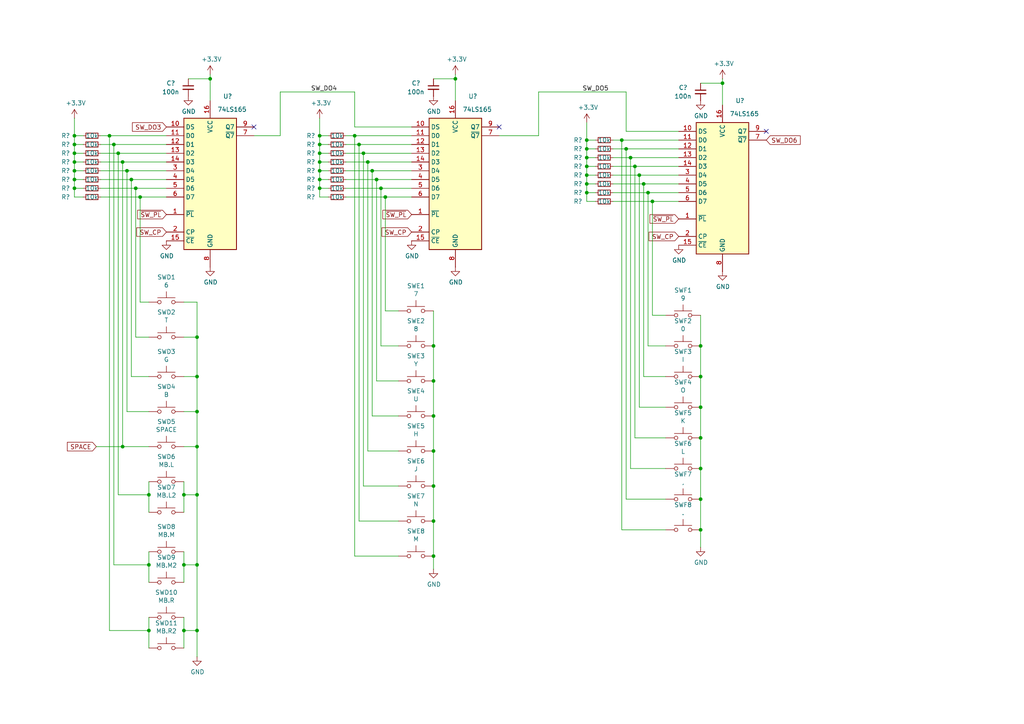
<source format=kicad_sch>
(kicad_sch (version 20250114) (generator "eeschema") (generator_version "9.0")
  (paper "A4")
  (title_block (title "67 Keyboard with Trackpoint") (date "2020-06-22") (rev "A") (company "DNBDMR"))
  (lib_symbols
    (symbol "74xx:74LS165"
      (property "Reference" "U" (at -7.62 19.05 0))
      (property "Value" "74LS165" (at -7.62 -21.59 0))
      (symbol "74LS165_1_0"
        (pin input line (at -12.7 15.24 0) (length 5.08) (name "DS") (number "10"))
        (pin input line (at -12.7 12.7 0) (length 5.08) (name "D0") (number "11"))
        (pin input line (at -12.7 10.16 0) (length 5.08) (name "D1") (number "12"))
        (pin input line (at -12.7 7.62 0) (length 5.08) (name "D2") (number "13"))
        (pin input line (at -12.7 5.08 0) (length 5.08) (name "D3") (number "14"))
        (pin input line (at -12.7 2.54 0) (length 5.08) (name "D4") (number "3"))
        (pin input line (at -12.7 0 0) (length 5.08) (name "D5") (number "4"))
        (pin input line (at -12.7 -2.54 0) (length 5.08) (name "D6") (number "5"))
        (pin input line (at -12.7 -5.08 0) (length 5.08) (name "D7") (number "6"))
        (pin input line (at -12.7 -10.16 0) (length 5.08) (name "~{PL}") (number "1"))
        (pin input line (at -12.7 -15.24 0) (length 5.08) (name "CP") (number "2"))
        (pin input line (at -12.7 -17.78 0) (length 5.08) (name "~{CE}") (number "15"))
        (pin power_in line (at 0 22.86 270) (length 5.08) (name "VCC") (number "16"))
        (pin power_in line (at 0 -25.4 90) (length 5.08) (name "GND") (number "8"))
        (pin output line (at 12.7 15.24 180) (length 5.08) (name "Q7") (number "9"))
        (pin output line (at 12.7 12.7 180) (length 5.08) (name "~{Q7}") (number "7"))
      )
      (symbol "74LS165_1_1"
        (rectangle (start -7.62 17.78) (end 7.62 -20.32) (stroke (width 0.254)) (fill (type background)))
      )
    )
    (symbol "Device:C_Small" (pin_numbers (hide yes)) (pin_names (offset 0.254) (hide yes))
      (property "Reference" "C" (at 0.254 1.778 0))
      (property "Value" "C_Small" (at 0.254 -2.032 0))
      (symbol "C_Small_0_1"
        (polyline (pts (xy -1.524 0.508) (xy 1.524 0.508)) (stroke (width 0.3048)))
        (polyline (pts (xy -1.524 -0.508) (xy 1.524 -0.508)) (stroke (width 0.3302)))
      )
      (symbol "C_Small_1_1"
        (pin passive line (at 0 2.54 270) (length 2.032) (name "~") (number "1"))
        (pin passive line (at 0 -2.54 90) (length 2.032) (name "~") (number "2"))
      )
    )
    (symbol "Device:R_Small" (pin_numbers (hide yes)) (pin_names (offset 0.254) (hide yes))
      (property "Reference" "R" (at 0 0 90))
      (property "Value" "R_Small" (at 1.778 0 90))
      (symbol "R_Small_0_1"
        (rectangle (start -0.762 1.778) (end 0.762 -1.778) (stroke (width 0.2032)))
      )
      (symbol "R_Small_1_1"
        (pin passive line (at 0 2.54 270) (length 0.762) (name "~") (number "1"))
        (pin passive line (at 0 -2.54 90) (length 0.762) (name "~") (number "2"))
      )
    )
    (symbol "Switch:SW_Push" (pin_numbers (hide yes)) (pin_names (offset 1.016) (hide yes))
      (property "Reference" "SW" (at 1.27 2.54 0))
      (property "Value" "SW_Push" (at 0 -1.524 0))
      (symbol "SW_Push_0_1"
        (circle (center -2.032 0) (radius 0.508))
        (polyline (pts (xy 0 1.27) (xy 0 3.048)))
        (circle (center 2.032 0) (radius 0.508))
        (polyline (pts (xy 2.54 1.27) (xy -2.54 1.27)))
        (pin passive line (at -5.08 0 0) (length 2.54) (name "1") (number "1"))
        (pin passive line (at 5.08 0 180) (length 2.54) (name "2") (number "2"))
      )
    )
    (symbol "power:+3.3V" (power) (pin_numbers (hide yes)) (pin_names (offset 0) (hide yes))
      (property "Value" "+3.3V" (at 0 3.556 0))
      (symbol "+3.3V_0_1"
        (polyline (pts (xy -0.762 1.27) (xy 0 2.54)))
        (polyline (pts (xy 0 2.54) (xy 0.762 1.27)))
        (polyline (pts (xy 0 0) (xy 0 2.54)))
      )
      (symbol "+3.3V_1_1"
        (pin power_in line (at 0 0 90) (length 0) (name "~") (number "1"))
      )
    )
    (symbol "power:GND" (power) (pin_numbers (hide yes)) (pin_names (offset 0) (hide yes))
      (property "Value" "GND" (at 0 -3.81 0))
      (symbol "GND_0_1"
        (polyline (pts (xy 0 0) (xy 0 -1.27) (xy 1.27 -1.27) (xy 0 -2.54) (xy -1.27 -1.27) (xy 0 -1.27)))
      )
      (symbol "GND_1_1"
        (pin power_in line (at 0 0 270) (length 0) (name "~") (number "1"))
      )
    )
  )
  (junction (at 21.59 39.37))
  (junction (at 107.95 49.53))
  (junction (at 186.69 53.34))
  (junction (at 125.73 110.49))
  (junction (at 33.02 41.91))
  (junction (at 57.15 119.38))
  (junction (at 125.73 130.81))
  (junction (at 181.61 43.18))
  (junction (at 57.15 182.88))
  (junction (at 170.18 50.8))
  (junction (at 57.15 129.54))
  (junction (at 132.08 22.86))
  (junction (at 203.2 118.11))
  (junction (at 125.73 120.65))
  (junction (at 105.41 44.45))
  (junction (at 203.2 153.67))
  (junction (at 92.71 54.61))
  (junction (at 125.73 151.13))
  (junction (at 203.2 100.33))
  (junction (at 180.34 40.64))
  (junction (at 203.2 135.89))
  (junction (at 92.71 39.37))
  (junction (at 43.18 163.83))
  (junction (at 60.96 22.86))
  (junction (at 21.59 41.91))
  (junction (at 170.18 55.88))
  (junction (at 21.59 49.53))
  (junction (at 43.18 143.51))
  (junction (at 57.15 163.83))
  (junction (at 34.29 44.45))
  (junction (at 38.1 52.07))
  (junction (at 106.68 46.99))
  (junction (at 125.73 140.97))
  (junction (at 92.71 46.99))
  (junction (at 53.34 143.51))
  (junction (at 21.59 44.45))
  (junction (at 125.73 161.29))
  (junction (at 203.2 127))
  (junction (at 31.75 39.37))
  (junction (at 110.49 54.61))
  (junction (at 170.18 43.18))
  (junction (at 170.18 53.34))
  (junction (at 57.15 109.22))
  (junction (at 187.96 55.88))
  (junction (at 111.76 57.15))
  (junction (at 53.34 163.83))
  (junction (at 92.71 41.91))
  (junction (at 170.18 40.64))
  (junction (at 21.59 46.99))
  (junction (at 203.2 144.78))
  (junction (at 185.42 50.8))
  (junction (at 57.15 97.79))
  (junction (at 104.14 41.91))
  (junction (at 36.83 49.53))
  (junction (at 170.18 48.26))
  (junction (at 102.87 39.37))
  (junction (at 184.15 48.26))
  (junction (at 39.37 54.61))
  (junction (at 125.73 100.33))
  (junction (at 92.71 52.07))
  (junction (at 40.64 57.15))
  (junction (at 35.56 46.99))
  (junction (at 92.71 44.45))
  (junction (at 109.22 52.07))
  (junction (at 53.34 182.88))
  (junction (at 35.56 129.54))
  (junction (at 57.15 143.51))
  (junction (at 209.55 24.13))
  (junction (at 182.88 45.72))
  (junction (at 203.2 109.22))
  (junction (at 21.59 52.07))
  (junction (at 92.71 49.53))
  (junction (at 21.59 54.61))
  (junction (at 189.23 58.42))
  (junction (at 170.18 45.72))
  (junction (at 43.18 182.88))
  (no_connect (at 73.66 36.83))
  (no_connect (at 222.25 38.1))
  (no_connect (at 144.78 36.83))
  (wire (pts (xy 21.59 49.53) (xy 21.59 52.07)))
  (wire (pts (xy 53.34 139.7) (xy 53.34 143.51)))
  (wire (pts (xy 177.8 50.8) (xy 185.42 50.8)))
  (wire (pts (xy 36.83 119.38) (xy 36.83 49.53)))
  (wire (pts (xy 172.72 48.26) (xy 170.18 48.26)))
  (wire (pts (xy 53.34 143.51) (xy 53.34 148.59)))
  (wire (pts (xy 43.18 87.63) (xy 40.64 87.63)))
  (wire (pts (xy 21.59 34.29) (xy 21.59 39.37)))
  (wire (pts (xy 27.94 129.54) (xy 35.56 129.54)))
  (wire (pts (xy 29.21 57.15) (xy 40.64 57.15)))
  (wire (pts (xy 177.8 58.42) (xy 189.23 58.42)))
  (wire (pts (xy 177.8 43.18) (xy 181.61 43.18)))
  (wire (pts (xy 36.83 49.53) (xy 48.26 49.53)))
  (wire (pts (xy 43.18 148.59) (xy 43.18 143.51)))
  (wire (pts (xy 106.68 130.81) (xy 106.68 46.99)))
  (wire (pts (xy 177.8 55.88) (xy 187.96 55.88)))
  (wire (pts (xy 53.34 143.51) (xy 57.15 143.51)))
  (wire (pts (xy 170.18 58.42) (xy 172.72 58.42)))
  (wire (pts (xy 170.18 48.26) (xy 170.18 50.8)))
  (wire (pts (xy 115.57 90.17) (xy 111.76 90.17)))
  (wire (pts (xy 92.71 44.45) (xy 92.71 46.99)))
  (wire (pts (xy 43.18 143.51) (xy 43.18 139.7)))
  (wire (pts (xy 203.2 24.13) (xy 209.55 24.13)))
  (wire (pts (xy 125.73 140.97) (xy 125.73 130.81)))
  (wire (pts (xy 92.71 46.99) (xy 92.71 49.53)))
  (wire (pts (xy 29.21 52.07) (xy 38.1 52.07)))
  (wire (pts (xy 100.33 54.61) (xy 110.49 54.61)))
  (wire (pts (xy 125.73 120.65) (xy 125.73 110.49)))
  (wire (pts (xy 53.34 97.79) (xy 57.15 97.79)))
  (wire (pts (xy 177.8 48.26) (xy 184.15 48.26)))
  (wire (pts (xy 43.18 129.54) (xy 35.56 129.54)))
  (wire (pts (xy 81.28 39.37) (xy 73.66 39.37)))
  (wire (pts (xy 203.2 118.11) (xy 203.2 109.22)))
  (wire (pts (xy 172.72 53.34) (xy 170.18 53.34)))
  (wire (pts (xy 57.15 143.51) (xy 57.15 129.54)))
  (wire (pts (xy 24.13 52.07) (xy 21.59 52.07)))
  (wire (pts (xy 132.08 22.86) (xy 132.08 29.21)))
  (wire (pts (xy 115.57 120.65) (xy 107.95 120.65)))
  (wire (pts (xy 21.59 46.99) (xy 21.59 49.53)))
  (wire (pts (xy 39.37 97.79) (xy 39.37 54.61)))
  (wire (pts (xy 186.69 53.34) (xy 196.85 53.34)))
  (wire (pts (xy 43.18 182.88) (xy 31.75 182.88)))
  (wire (pts (xy 203.2 127) (xy 203.2 118.11)))
  (wire (pts (xy 187.96 55.88) (xy 196.85 55.88)))
  (wire (pts (xy 172.72 45.72) (xy 170.18 45.72)))
  (wire (pts (xy 177.8 53.34) (xy 186.69 53.34)))
  (wire (pts (xy 31.75 182.88) (xy 31.75 39.37)))
  (wire (pts (xy 100.33 44.45) (xy 105.41 44.45)))
  (wire (pts (xy 43.18 182.88) (xy 43.18 179.07)))
  (wire (pts (xy 21.59 44.45) (xy 21.59 46.99)))
  (wire (pts (xy 24.13 41.91) (xy 21.59 41.91)))
  (wire (pts (xy 115.57 151.13) (xy 104.14 151.13)))
  (wire (pts (xy 172.72 50.8) (xy 170.18 50.8)))
  (wire (pts (xy 57.15 129.54) (xy 57.15 119.38)))
  (wire (pts (xy 57.15 87.63) (xy 53.34 87.63)))
  (wire (pts (xy 53.34 129.54) (xy 57.15 129.54)))
  (wire (pts (xy 40.64 87.63) (xy 40.64 57.15)))
  (wire (pts (xy 24.13 46.99) (xy 21.59 46.99)))
  (wire (pts (xy 181.61 26.67) (xy 181.61 38.1)))
  (wire (pts (xy 34.29 44.45) (xy 48.26 44.45)))
  (wire (pts (xy 209.55 24.13) (xy 209.55 30.48)))
  (wire (pts (xy 125.73 110.49) (xy 125.73 100.33)))
  (wire (pts (xy 92.71 34.29) (xy 92.71 39.37)))
  (wire (pts (xy 29.21 44.45) (xy 34.29 44.45)))
  (wire (pts (xy 180.34 153.67) (xy 180.34 40.64)))
  (wire (pts (xy 92.71 52.07) (xy 92.71 54.61)))
  (wire (pts (xy 60.96 21.59) (xy 60.96 22.86)))
  (wire (pts (xy 81.28 26.67) (xy 102.87 26.67)))
  (wire (pts (xy 100.33 41.91) (xy 104.14 41.91)))
  (wire (pts (xy 100.33 57.15) (xy 111.76 57.15)))
  (wire (pts (xy 170.18 45.72) (xy 170.18 48.26)))
  (wire (pts (xy 115.57 130.81) (xy 106.68 130.81)))
  (wire (pts (xy 115.57 140.97) (xy 105.41 140.97)))
  (wire (pts (xy 170.18 40.64) (xy 170.18 43.18)))
  (wire (pts (xy 193.04 153.67) (xy 180.34 153.67)))
  (wire (pts (xy 115.57 110.49) (xy 109.22 110.49)))
  (wire (pts (xy 57.15 119.38) (xy 57.15 109.22)))
  (wire (pts (xy 43.18 109.22) (xy 38.1 109.22)))
  (wire (pts (xy 29.21 46.99) (xy 35.56 46.99)))
  (wire (pts (xy 43.18 97.79) (xy 39.37 97.79)))
  (wire (pts (xy 35.56 46.99) (xy 48.26 46.99)))
  (wire (pts (xy 107.95 49.53) (xy 119.38 49.53)))
  (wire (pts (xy 111.76 57.15) (xy 119.38 57.15)))
  (wire (pts (xy 125.73 100.33) (xy 125.73 90.17)))
  (wire (pts (xy 53.34 119.38) (xy 57.15 119.38)))
  (wire (pts (xy 53.34 182.88) (xy 53.34 187.96)))
  (wire (pts (xy 181.61 144.78) (xy 181.61 43.18)))
  (wire (pts (xy 92.71 49.53) (xy 92.71 52.07)))
  (wire (pts (xy 170.18 35.56) (xy 170.18 40.64)))
  (wire (pts (xy 180.34 40.64) (xy 196.85 40.64)))
  (wire (pts (xy 203.2 153.67) (xy 203.2 144.78)))
  (wire (pts (xy 184.15 48.26) (xy 196.85 48.26)))
  (wire (pts (xy 95.25 54.61) (xy 92.71 54.61)))
  (wire (pts (xy 172.72 40.64) (xy 170.18 40.64)))
  (wire (pts (xy 184.15 127) (xy 184.15 48.26)))
  (wire (pts (xy 172.72 43.18) (xy 170.18 43.18)))
  (wire (pts (xy 53.34 163.83) (xy 57.15 163.83)))
  (wire (pts (xy 33.02 163.83) (xy 33.02 41.91)))
  (wire (pts (xy 100.33 46.99) (xy 106.68 46.99)))
  (wire (pts (xy 100.33 39.37) (xy 102.87 39.37)))
  (wire (pts (xy 193.04 91.44) (xy 189.23 91.44)))
  (wire (pts (xy 24.13 44.45) (xy 21.59 44.45)))
  (wire (pts (xy 60.96 22.86) (xy 60.96 29.21)))
  (wire (pts (xy 54.61 22.86) (xy 60.96 22.86)))
  (wire (pts (xy 29.21 41.91) (xy 33.02 41.91)))
  (wire (pts (xy 181.61 38.1) (xy 196.85 38.1)))
  (wire (pts (xy 31.75 39.37) (xy 48.26 39.37)))
  (wire (pts (xy 187.96 100.33) (xy 187.96 55.88)))
  (wire (pts (xy 100.33 49.53) (xy 107.95 49.53)))
  (wire (pts (xy 193.04 135.89) (xy 182.88 135.89)))
  (wire (pts (xy 105.41 44.45) (xy 119.38 44.45)))
  (wire (pts (xy 53.34 163.83) (xy 53.34 168.91)))
  (wire (pts (xy 24.13 39.37) (xy 21.59 39.37)))
  (wire (pts (xy 57.15 97.79) (xy 57.15 87.63)))
  (wire (pts (xy 186.69 109.22) (xy 186.69 53.34)))
  (wire (pts (xy 40.64 57.15) (xy 48.26 57.15)))
  (wire (pts (xy 92.71 41.91) (xy 92.71 44.45)))
  (wire (pts (xy 203.2 109.22) (xy 203.2 100.33)))
  (wire (pts (xy 95.25 46.99) (xy 92.71 46.99)))
  (wire (pts (xy 125.73 161.29) (xy 125.73 151.13)))
  (wire (pts (xy 177.8 40.64) (xy 180.34 40.64)))
  (wire (pts (xy 125.73 130.81) (xy 125.73 120.65)))
  (wire (pts (xy 53.34 179.07) (xy 53.34 182.88)))
  (wire (pts (xy 95.25 41.91) (xy 92.71 41.91)))
  (wire (pts (xy 144.78 39.37) (xy 156.21 39.37)))
  (wire (pts (xy 125.73 22.86) (xy 132.08 22.86)))
  (wire (pts (xy 189.23 91.44) (xy 189.23 58.42)))
  (wire (pts (xy 203.2 144.78) (xy 203.2 135.89)))
  (wire (pts (xy 95.25 39.37) (xy 92.71 39.37)))
  (wire (pts (xy 109.22 52.07) (xy 119.38 52.07)))
  (wire (pts (xy 53.34 109.22) (xy 57.15 109.22)))
  (wire (pts (xy 24.13 54.61) (xy 21.59 54.61)))
  (wire (pts (xy 102.87 39.37) (xy 119.38 39.37)))
  (wire (pts (xy 29.21 39.37) (xy 31.75 39.37)))
  (wire (pts (xy 106.68 46.99) (xy 119.38 46.99)))
  (wire (pts (xy 29.21 49.53) (xy 36.83 49.53)))
  (wire (pts (xy 43.18 163.83) (xy 43.18 168.91)))
  (wire (pts (xy 132.08 21.59) (xy 132.08 22.86)))
  (wire (pts (xy 100.33 52.07) (xy 109.22 52.07)))
  (wire (pts (xy 185.42 118.11) (xy 185.42 50.8)))
  (wire (pts (xy 95.25 52.07) (xy 92.71 52.07)))
  (wire (pts (xy 57.15 182.88) (xy 57.15 163.83)))
  (wire (pts (xy 203.2 100.33) (xy 203.2 91.44)))
  (wire (pts (xy 193.04 127) (xy 184.15 127)))
  (wire (pts (xy 43.18 119.38) (xy 36.83 119.38)))
  (wire (pts (xy 21.59 57.15) (xy 24.13 57.15)))
  (wire (pts (xy 102.87 36.83) (xy 119.38 36.83)))
  (wire (pts (xy 203.2 158.75) (xy 203.2 153.67)))
  (wire (pts (xy 21.59 52.07) (xy 21.59 54.61)))
  (wire (pts (xy 125.73 151.13) (xy 125.73 140.97)))
  (wire (pts (xy 35.56 129.54) (xy 35.56 46.99)))
  (wire (pts (xy 125.73 165.1) (xy 125.73 161.29)))
  (wire (pts (xy 177.8 45.72) (xy 182.88 45.72)))
  (wire (pts (xy 156.21 26.67) (xy 181.61 26.67)))
  (wire (pts (xy 110.49 100.33) (xy 110.49 54.61)))
  (wire (pts (xy 110.49 54.61) (xy 119.38 54.61)))
  (wire (pts (xy 95.25 44.45) (xy 92.71 44.45)))
  (wire (pts (xy 92.71 39.37) (xy 92.71 41.91)))
  (wire (pts (xy 172.72 55.88) (xy 170.18 55.88)))
  (wire (pts (xy 105.41 140.97) (xy 105.41 44.45)))
  (wire (pts (xy 182.88 45.72) (xy 196.85 45.72)))
  (wire (pts (xy 193.04 118.11) (xy 185.42 118.11)))
  (wire (pts (xy 53.34 182.88) (xy 57.15 182.88)))
  (wire (pts (xy 57.15 190.5) (xy 57.15 182.88)))
  (wire (pts (xy 38.1 109.22) (xy 38.1 52.07)))
  (wire (pts (xy 181.61 43.18) (xy 196.85 43.18)))
  (wire (pts (xy 95.25 49.53) (xy 92.71 49.53)))
  (wire (pts (xy 193.04 144.78) (xy 181.61 144.78)))
  (wire (pts (xy 92.71 57.15) (xy 95.25 57.15)))
  (wire (pts (xy 115.57 100.33) (xy 110.49 100.33)))
  (wire (pts (xy 104.14 151.13) (xy 104.14 41.91)))
  (wire (pts (xy 170.18 43.18) (xy 170.18 45.72)))
  (wire (pts (xy 102.87 26.67) (xy 102.87 36.83)))
  (wire (pts (xy 57.15 163.83) (xy 57.15 143.51)))
  (wire (pts (xy 24.13 49.53) (xy 21.59 49.53)))
  (wire (pts (xy 102.87 161.29) (xy 115.57 161.29)))
  (wire (pts (xy 170.18 55.88) (xy 170.18 58.42)))
  (wire (pts (xy 43.18 163.83) (xy 33.02 163.83)))
  (wire (pts (xy 92.71 54.61) (xy 92.71 57.15)))
  (wire (pts (xy 21.59 54.61) (xy 21.59 57.15)))
  (wire (pts (xy 156.21 39.37) (xy 156.21 26.67)))
  (wire (pts (xy 104.14 41.91) (xy 119.38 41.91)))
  (wire (pts (xy 203.2 135.89) (xy 203.2 127)))
  (wire (pts (xy 38.1 52.07) (xy 48.26 52.07)))
  (wire (pts (xy 193.04 109.22) (xy 186.69 109.22)))
  (wire (pts (xy 81.28 26.67) (xy 81.28 39.37)))
  (wire (pts (xy 189.23 58.42) (xy 196.85 58.42)))
  (wire (pts (xy 33.02 41.91) (xy 48.26 41.91)))
  (wire (pts (xy 29.21 54.61) (xy 39.37 54.61)))
  (wire (pts (xy 39.37 54.61) (xy 48.26 54.61)))
  (wire (pts (xy 170.18 50.8) (xy 170.18 53.34)))
  (wire (pts (xy 109.22 110.49) (xy 109.22 52.07)))
  (wire (pts (xy 111.76 90.17) (xy 111.76 57.15)))
  (wire (pts (xy 21.59 39.37) (xy 21.59 41.91)))
  (wire (pts (xy 43.18 143.51) (xy 34.29 143.51)))
  (wire (pts (xy 170.18 53.34) (xy 170.18 55.88)))
  (wire (pts (xy 43.18 160.02) (xy 43.18 163.83)))
  (wire (pts (xy 34.29 143.51) (xy 34.29 44.45)))
  (wire (pts (xy 21.59 41.91) (xy 21.59 44.45)))
  (wire (pts (xy 209.55 22.86) (xy 209.55 24.13)))
  (wire (pts (xy 102.87 161.29) (xy 102.87 39.37)))
  (wire (pts (xy 193.04 100.33) (xy 187.96 100.33)))
  (wire (pts (xy 57.15 109.22) (xy 57.15 97.79)))
  (wire (pts (xy 182.88 135.89) (xy 182.88 45.72)))
  (wire (pts (xy 185.42 50.8) (xy 196.85 50.8)))
  (wire (pts (xy 107.95 120.65) (xy 107.95 49.53)))
  (wire (pts (xy 43.18 187.96) (xy 43.18 182.88)))
  (wire (pts (xy 53.34 160.02) (xy 53.34 163.83)))
  (label "SW_DO4" (at 90.17 26.67 0))
  (label "SW_DO5" (at 168.91 26.67 0))
  (global_label "SW_DO3" (shape input) (at 48.26 36.83 180) (property "Intersheetrefs" "${INTERSHEET_REFS}" (effects (hide yes))))
  (global_label "~{SW_PL}" (shape input) (at 48.26 62.23 180) (property "Intersheetrefs" "${INTERSHEET_REFS}" (effects (hide yes))))
  (global_label "SW_CP" (shape input) (at 119.38 67.31 180) (property "Intersheetrefs" "${INTERSHEET_REFS}" (effects (hide yes))))
  (global_label "SW_DO6" (shape input) (at 222.25 40.64 0) (property "Intersheetrefs" "${INTERSHEET_REFS}" (effects (hide yes))))
  (global_label "SPACE" (shape input) (at 27.94 129.54 180) (property "Intersheetrefs" "${INTERSHEET_REFS}" (effects (hide yes))))
  (global_label "SW_CP" (shape input) (at 196.85 68.58 180) (property "Intersheetrefs" "${INTERSHEET_REFS}" (effects (hide yes))))
  (global_label "~{SW_PL}" (shape input) (at 196.85 63.5 180) (property "Intersheetrefs" "${INTERSHEET_REFS}" (effects (hide yes))))
  (global_label "~{SW_PL}" (shape input) (at 119.38 62.23 180) (property "Intersheetrefs" "${INTERSHEET_REFS}" (effects (hide yes))))
  (global_label "SW_CP" (shape input) (at 48.26 67.31 180) (property "Intersheetrefs" "${INTERSHEET_REFS}" (effects (hide yes))))
  (symbol (lib_id "Switch:SW_Push") (at 48.26 139.7 0) (unit 1)
    (property "Reference" "SWD6" (at 48.26 132.461 0))
    (property "Value" "MB.L" (at 48.26 134.7724 0))
    (property "Footprint" "Button_Switch_Keyboard:SW_Cherry_MX_1.00u_PCB" (effects (hide yes)))
  )
  (symbol (lib_id "Switch:SW_Push") (at 48.26 187.96 0) (unit 1)
    (property "Reference" "SWD11" (at 48.26 180.721 0))
    (property "Value" "MB.R2" (at 48.26 183.0324 0))
    (property "Footprint" "Button_Switch_THT:SW_Tactile_SPST_Angled_PTS645Vx58-2LFS" (effects (hide yes)))
  )
  (symbol (lib_id "Switch:SW_Push") (at 48.26 148.59 0) (unit 1)
    (property "Reference" "SWD7" (at 48.26 141.351 0))
    (property "Value" "MB.L2" (at 48.26 143.6624 0))
    (property "Footprint" "Button_Switch_THT:SW_Tactile_SPST_Angled_PTS645Vx58-2LFS" (effects (hide yes)))
  )
  (symbol (lib_id "Switch:SW_Push") (at 48.26 168.91 0) (unit 1)
    (property "Reference" "SWD9" (at 48.26 161.671 0))
    (property "Value" "MB.M2" (at 48.26 163.9824 0))
    (property "Footprint" "Button_Switch_THT:SW_Tactile_SPST_Angled_PTS645Vx58-2LFS" (effects (hide yes)))
  )
  (symbol (lib_id "Switch:SW_Push") (at 48.26 97.79 0) (unit 1)
    (property "Reference" "SWD2" (at 48.26 90.551 0))
    (property "Value" "T" (at 48.26 92.8624 0))
    (property "Footprint" "Button_Switch_Keyboard:SW_Cherry_MX_1.00u_PCB" (effects (hide yes)))
  )
  (symbol (lib_id "Switch:SW_Push") (at 120.65 120.65 0) (unit 1)
    (property "Reference" "SWE4" (at 120.65 113.411 0))
    (property "Value" "U" (at 120.65 115.7224 0))
    (property "Footprint" "Button_Switch_Keyboard:SW_Cherry_MX_1.00u_PCB" (effects (hide yes)))
  )
  (symbol (lib_id "Switch:SW_Push") (at 198.12 109.22 0) (unit 1)
    (property "Reference" "SWF3" (at 198.12 101.981 0))
    (property "Value" "I" (at 198.12 104.2924 0))
    (property "Footprint" "Button_Switch_Keyboard:SW_Cherry_MX_1.00u_PCB" (effects (hide yes)))
  )
  (symbol (lib_id "Switch:SW_Push") (at 198.12 127 0) (unit 1)
    (property "Reference" "SWF5" (at 198.12 119.761 0))
    (property "Value" "K" (at 198.12 122.0724 0))
    (property "Footprint" "Button_Switch_Keyboard:SW_Cherry_MX_1.00u_PCB" (effects (hide yes)))
  )
  (symbol (lib_id "Switch:SW_Push") (at 120.65 130.81 0) (unit 1)
    (property "Reference" "SWE5" (at 120.65 123.571 0))
    (property "Value" "H" (at 120.65 125.8824 0))
    (property "Footprint" "Button_Switch_Keyboard:SW_Cherry_MX_1.00u_PCB" (effects (hide yes)))
  )
  (symbol (lib_id "Switch:SW_Push") (at 48.26 119.38 0) (unit 1)
    (property "Reference" "SWD4" (at 48.26 112.141 0))
    (property "Value" "B" (at 48.26 114.4524 0))
    (property "Footprint" "Button_Switch_Keyboard:SW_Cherry_MX_1.00u_PCB" (effects (hide yes)))
  )
  (symbol (lib_id "Switch:SW_Push") (at 120.65 161.29 0) (unit 1)
    (property "Reference" "SWE8" (at 120.65 154.051 0))
    (property "Value" "M" (at 120.65 156.3624 0))
    (property "Footprint" "Button_Switch_Keyboard:SW_Cherry_MX_1.00u_PCB" (effects (hide yes)))
  )
  (symbol (lib_id "Switch:SW_Push") (at 198.12 144.78 0) (unit 1)
    (property "Reference" "SWF7" (at 198.12 137.541 0))
    (property "Value" "," (at 198.12 139.8524 0))
    (property "Footprint" "Button_Switch_Keyboard:SW_Cherry_MX_1.00u_PCB" (effects (hide yes)))
  )
  (symbol (lib_id "Switch:SW_Push") (at 48.26 179.07 0) (unit 1)
    (property "Reference" "SWD10" (at 48.26 171.831 0))
    (property "Value" "MB.R" (at 48.26 174.1424 0))
    (property "Footprint" "Button_Switch_Keyboard:SW_Cherry_MX_1.00u_PCB" (effects (hide yes)))
  )
  (symbol (lib_id "Switch:SW_Push") (at 48.26 160.02 0) (unit 1)
    (property "Reference" "SWD8" (at 48.26 152.781 0))
    (property "Value" "MB.M" (at 48.26 155.0924 0))
    (property "Footprint" "Button_Switch_Keyboard:SW_Cherry_MX_1.00u_PCB" (effects (hide yes)))
  )
  (symbol (lib_id "Switch:SW_Push") (at 48.26 87.63 0) (unit 1)
    (property "Reference" "SWD1" (at 48.26 80.391 0))
    (property "Value" "6" (at 48.26 82.7024 0))
    (property "Footprint" "Button_Switch_Keyboard:SW_Cherry_MX_1.00u_PCB" (effects (hide yes)))
  )
  (symbol (lib_id "Switch:SW_Push") (at 120.65 90.17 0) (unit 1)
    (property "Reference" "SWE1" (at 120.65 82.931 0))
    (property "Value" "7" (at 120.65 85.2424 0))
    (property "Footprint" "Button_Switch_Keyboard:SW_Cherry_MX_1.00u_PCB" (effects (hide yes)))
  )
  (symbol (lib_id "Switch:SW_Push") (at 120.65 100.33 0) (unit 1)
    (property "Reference" "SWE2" (at 120.65 93.091 0))
    (property "Value" "8" (at 120.65 95.4024 0))
    (property "Footprint" "Button_Switch_Keyboard:SW_Cherry_MX_1.00u_PCB" (effects (hide yes)))
  )
  (symbol (lib_id "Switch:SW_Push") (at 198.12 91.44 0) (unit 1)
    (property "Reference" "SWF1" (at 198.12 84.201 0))
    (property "Value" "9" (at 198.12 86.5124 0))
    (property "Footprint" "Button_Switch_Keyboard:SW_Cherry_MX_1.00u_PCB" (effects (hide yes)))
  )
  (symbol (lib_id "Switch:SW_Push") (at 198.12 100.33 0) (unit 1)
    (property "Reference" "SWF2" (at 198.12 93.091 0))
    (property "Value" "0" (at 198.12 95.4024 0))
    (property "Footprint" "Button_Switch_Keyboard:SW_Cherry_MX_1.00u_PCB" (effects (hide yes)))
  )
  (symbol (lib_id "Switch:SW_Push") (at 198.12 118.11 0) (unit 1)
    (property "Reference" "SWF4" (at 198.12 110.871 0))
    (property "Value" "O" (at 198.12 113.1824 0))
    (property "Footprint" "Button_Switch_Keyboard:SW_Cherry_MX_1.00u_PCB" (effects (hide yes)))
  )
  (symbol (lib_id "Switch:SW_Push") (at 120.65 110.49 0) (unit 1)
    (property "Reference" "SWE3" (at 120.65 103.251 0))
    (property "Value" "Y" (at 120.65 105.5624 0))
    (property "Footprint" "Button_Switch_Keyboard:SW_Cherry_MX_1.00u_PCB" (effects (hide yes)))
  )
  (symbol (lib_id "Switch:SW_Push") (at 48.26 109.22 0) (unit 1)
    (property "Reference" "SWD3" (at 48.26 101.981 0))
    (property "Value" "G" (at 48.26 104.2924 0))
    (property "Footprint" "Button_Switch_Keyboard:SW_Cherry_MX_1.00u_PCB" (effects (hide yes)))
  )
  (symbol (lib_id "Switch:SW_Push") (at 120.65 140.97 0) (unit 1)
    (property "Reference" "SWE6" (at 120.65 133.731 0))
    (property "Value" "J" (at 120.65 136.0424 0))
    (property "Footprint" "Button_Switch_Keyboard:SW_Cherry_MX_1.00u_PCB" (effects (hide yes)))
  )
  (symbol (lib_id "Switch:SW_Push") (at 198.12 135.89 0) (unit 1)
    (property "Reference" "SWF6" (at 198.12 128.651 0))
    (property "Value" "L" (at 198.12 130.9624 0))
    (property "Footprint" "Button_Switch_Keyboard:SW_Cherry_MX_1.00u_PCB" (effects (hide yes)))
  )
  (symbol (lib_id "Switch:SW_Push") (at 198.12 153.67 0) (unit 1)
    (property "Reference" "SWF8" (at 198.12 146.431 0))
    (property "Value" "." (at 198.12 148.7424 0))
    (property "Footprint" "Button_Switch_Keyboard:SW_Cherry_MX_1.00u_PCB" (effects (hide yes)))
  )
  (symbol (lib_id "Switch:SW_Push") (at 120.65 151.13 0) (unit 1)
    (property "Reference" "SWE7" (at 120.65 143.891 0))
    (property "Value" "N" (at 120.65 146.2024 0))
    (property "Footprint" "Button_Switch_Keyboard:SW_Cherry_MX_1.00u_PCB" (effects (hide yes)))
  )
  (symbol (lib_id "Switch:SW_Push") (at 48.26 129.54 0) (unit 1)
    (property "Reference" "SWD5" (at 48.26 122.301 0))
    (property "Value" "SPACE" (at 48.26 124.6124 0))
    (property "Footprint" "Button_Switch_Keyboard:SW_Cherry_MX_6.25u_PCB" (effects (hide yes)))
  )
  (symbol (lib_id "power:GND") (at 203.2 158.75 0) (unit 1)
    (property "Reference" "#PWR084" (effects (hide yes)))
    (property "Value" "GND" (at 203.327 163.1442 0))
  )
  (symbol (lib_id "power:GND") (at 125.73 165.1 0) (unit 1)
    (property "Reference" "#PWR078" (effects (hide yes)))
    (property "Value" "GND" (at 125.857 169.4942 0))
  )
  (symbol (lib_id "power:GND") (at 57.15 190.5 0) (unit 1)
    (property "Reference" "#PWR072" (effects (hide yes)))
    (property "Value" "GND" (at 57.277 194.8942 0))
  )
  (symbol (lib_id "74xx:74LS165") (at 60.96 52.07 0) (unit 1)
    (property "Reference" "U7" (at 66.04 27.94 0))
    (property "Value" "74LS165" (at 67.31 31.75 0))
    (property "Footprint" "Package_SO:TSSOP-16_4.4x5mm_P0.65mm" (effects (hide yes)))
    (property "Datasheet" "http://www.ti.com/lit/gpn/sn74LS165" (effects (hide yes)))
    (instances (project "" (path "" (reference "U?") (unit 1)) (path "" (reference "U7") (unit 1))))
  )
  (symbol (lib_id "Device:R_Small") (at 26.67 39.37 270) (unit 1)
    (property "Reference" "R40" (at 19.05 39.37 90))
    (property "Value" "10k" (at 26.67 39.37 90))
    (property "Footprint" "Resistor_SMD:R_0603_1608Metric_Pad1.05x0.95mm_HandSolder" (effects (hide yes)))
    (instances (project "" (path "" (reference "R?") (unit 1)) (path "" (reference "R40") (unit 1))))
  )
  (symbol (lib_id "Device:R_Small") (at 26.67 41.91 270) (unit 1)
    (property "Reference" "R41" (at 19.05 41.91 90))
    (property "Value" "10k" (at 26.67 41.91 90))
    (property "Footprint" "Resistor_SMD:R_0603_1608Metric_Pad1.05x0.95mm_HandSolder" (effects (hide yes)))
    (instances (project "" (path "" (reference "R?") (unit 1)) (path "" (reference "R41") (unit 1))))
  )
  (symbol (lib_id "Device:R_Small") (at 26.67 44.45 270) (unit 1)
    (property "Reference" "R42" (at 19.05 44.45 90))
    (property "Value" "10k" (at 26.67 44.45 90))
    (property "Footprint" "Resistor_SMD:R_0603_1608Metric_Pad1.05x0.95mm_HandSolder" (effects (hide yes)))
    (instances (project "" (path "" (reference "R?") (unit 1)) (path "" (reference "R42") (unit 1))))
  )
  (symbol (lib_id "Device:R_Small") (at 26.67 46.99 270) (unit 1)
    (property "Reference" "R43" (at 19.05 46.99 90))
    (property "Value" "10k" (at 26.67 46.99 90))
    (property "Footprint" "Resistor_SMD:R_0603_1608Metric_Pad1.05x0.95mm_HandSolder" (effects (hide yes)))
    (instances (project "" (path "" (reference "R?") (unit 1)) (path "" (reference "R43") (unit 1))))
  )
  (symbol (lib_id "Device:R_Small") (at 26.67 49.53 270) (unit 1)
    (property "Reference" "R44" (at 19.05 49.53 90))
    (property "Value" "10k" (at 26.67 49.53 90))
    (property "Footprint" "Resistor_SMD:R_0603_1608Metric_Pad1.05x0.95mm_HandSolder" (effects (hide yes)))
    (instances (project "" (path "" (reference "R?") (unit 1)) (path "" (reference "R44") (unit 1))))
  )
  (symbol (lib_id "Device:R_Small") (at 26.67 52.07 270) (unit 1)
    (property "Reference" "R45" (at 19.05 52.07 90))
    (property "Value" "10k" (at 26.67 52.07 90))
    (property "Footprint" "Resistor_SMD:R_0603_1608Metric_Pad1.05x0.95mm_HandSolder" (effects (hide yes)))
    (instances (project "" (path "" (reference "R?") (unit 1)) (path "" (reference "R45") (unit 1))))
  )
  (symbol (lib_id "Device:R_Small") (at 26.67 54.61 270) (unit 1)
    (property "Reference" "R46" (at 19.05 54.61 90))
    (property "Value" "10k" (at 26.67 54.61 90))
    (property "Footprint" "Resistor_SMD:R_0603_1608Metric_Pad1.05x0.95mm_HandSolder" (effects (hide yes)))
    (instances (project "" (path "" (reference "R?") (unit 1)) (path "" (reference "R46") (unit 1))))
  )
  (symbol (lib_id "Device:R_Small") (at 26.67 57.15 270) (unit 1)
    (property "Reference" "R47" (at 19.05 57.15 90))
    (property "Value" "10k" (at 26.67 57.15 90))
    (property "Footprint" "Resistor_SMD:R_0603_1608Metric_Pad1.05x0.95mm_HandSolder" (effects (hide yes)))
    (instances (project "" (path "" (reference "R?") (unit 1)) (path "" (reference "R47") (unit 1))))
  )
  (symbol (lib_id "power:GND") (at 48.26 69.85 0) (unit 1)
    (property "Reference" "#PWR070" (effects (hide yes)))
    (property "Value" "GND" (at 48.387 74.2442 0))
    (instances (project "" (path "" (reference "#PWR?") (unit 1)) (path "" (reference "#PWR070") (unit 1))))
  )
  (symbol (lib_id "power:GND") (at 60.96 77.47 0) (unit 1)
    (property "Reference" "#PWR074" (effects (hide yes)))
    (property "Value" "GND" (at 61.087 81.8642 0))
    (instances (project "" (path "" (reference "#PWR?") (unit 1)) (path "" (reference "#PWR074") (unit 1))))
  )
  (symbol (lib_id "power:+3.3V") (at 60.96 21.59 0) (unit 1)
    (property "Reference" "#PWR073" (effects (hide yes)))
    (property "Value" "+3.3V" (at 61.341 17.1958 0))
    (instances (project "" (path "" (reference "#PWR?") (unit 1)) (path "" (reference "#PWR073") (unit 1))))
  )
  (symbol (lib_id "Device:C_Small") (at 54.61 25.4 0) (unit 1)
    (property "Reference" "C16" (at 48.26 24.13 0) (effects (justify left)))
    (property "Value" "100n" (at 46.99 26.67 0) (effects (justify left)))
    (property "Footprint" "Capacitor_SMD:C_0603_1608Metric_Pad1.05x0.95mm_HandSolder" (effects (hide yes)))
    (instances (project "" (path "" (reference "C?") (unit 1)) (path "" (reference "C16") (unit 1))))
  )
  (symbol (lib_id "power:GND") (at 54.61 27.94 0) (unit 1)
    (property "Reference" "#PWR071" (effects (hide yes)))
    (property "Value" "GND" (at 54.737 32.3342 0))
    (instances (project "" (path "" (reference "#PWR?") (unit 1)) (path "" (reference "#PWR071") (unit 1))))
  )
  (symbol (lib_id "power:+3.3V") (at 21.59 34.29 0) (unit 1)
    (property "Reference" "#PWR069" (effects (hide yes)))
    (property "Value" "+3.3V" (at 21.971 29.8958 0))
    (instances (project "" (path "" (reference "#PWR?") (unit 1)) (path "" (reference "#PWR069") (unit 1))))
  )
  (symbol (lib_id "74xx:74LS165") (at 132.08 52.07 0) (unit 1)
    (property "Reference" "U8" (at 137.16 27.94 0))
    (property "Value" "74LS165" (at 138.43 31.75 0))
    (property "Footprint" "Package_SO:TSSOP-16_4.4x5mm_P0.65mm" (effects (hide yes)))
    (property "Datasheet" "http://www.ti.com/lit/gpn/sn74LS165" (effects (hide yes)))
    (instances (project "" (path "" (reference "U?") (unit 1)) (path "" (reference "U8") (unit 1))))
  )
  (symbol (lib_id "Device:R_Small") (at 97.79 39.37 270) (unit 1)
    (property "Reference" "R48" (at 90.17 39.37 90))
    (property "Value" "10k" (at 97.79 39.37 90))
    (property "Footprint" "Resistor_SMD:R_0603_1608Metric_Pad1.05x0.95mm_HandSolder" (effects (hide yes)))
    (instances (project "" (path "" (reference "R?") (unit 1)) (path "" (reference "R48") (unit 1))))
  )
  (symbol (lib_id "Device:R_Small") (at 97.79 41.91 270) (unit 1)
    (property "Reference" "R49" (at 90.17 41.91 90))
    (property "Value" "10k" (at 97.79 41.91 90))
    (property "Footprint" "Resistor_SMD:R_0603_1608Metric_Pad1.05x0.95mm_HandSolder" (effects (hide yes)))
    (instances (project "" (path "" (reference "R?") (unit 1)) (path "" (reference "R49") (unit 1))))
  )
  (symbol (lib_id "Device:R_Small") (at 97.79 44.45 270) (unit 1)
    (property "Reference" "R50" (at 90.17 44.45 90))
    (property "Value" "10k" (at 97.79 44.45 90))
    (property "Footprint" "Resistor_SMD:R_0603_1608Metric_Pad1.05x0.95mm_HandSolder" (effects (hide yes)))
    (instances (project "" (path "" (reference "R?") (unit 1)) (path "" (reference "R50") (unit 1))))
  )
  (symbol (lib_id "Device:R_Small") (at 97.79 46.99 270) (unit 1)
    (property "Reference" "R51" (at 90.17 46.99 90))
    (property "Value" "10k" (at 97.79 46.99 90))
    (property "Footprint" "Resistor_SMD:R_0603_1608Metric_Pad1.05x0.95mm_HandSolder" (effects (hide yes)))
    (instances (project "" (path "" (reference "R?") (unit 1)) (path "" (reference "R51") (unit 1))))
  )
  (symbol (lib_id "Device:R_Small") (at 97.79 49.53 270) (unit 1)
    (property "Reference" "R52" (at 90.17 49.53 90))
    (property "Value" "10k" (at 97.79 49.53 90))
    (property "Footprint" "Resistor_SMD:R_0603_1608Metric_Pad1.05x0.95mm_HandSolder" (effects (hide yes)))
    (instances (project "" (path "" (reference "R?") (unit 1)) (path "" (reference "R52") (unit 1))))
  )
  (symbol (lib_id "Device:R_Small") (at 97.79 52.07 270) (unit 1)
    (property "Reference" "R53" (at 90.17 52.07 90))
    (property "Value" "10k" (at 97.79 52.07 90))
    (property "Footprint" "Resistor_SMD:R_0603_1608Metric_Pad1.05x0.95mm_HandSolder" (effects (hide yes)))
    (instances (project "" (path "" (reference "R?") (unit 1)) (path "" (reference "R53") (unit 1))))
  )
  (symbol (lib_id "Device:R_Small") (at 97.79 54.61 270) (unit 1)
    (property "Reference" "R54" (at 90.17 54.61 90))
    (property "Value" "10k" (at 97.79 54.61 90))
    (property "Footprint" "Resistor_SMD:R_0603_1608Metric_Pad1.05x0.95mm_HandSolder" (effects (hide yes)))
    (instances (project "" (path "" (reference "R?") (unit 1)) (path "" (reference "R54") (unit 1))))
  )
  (symbol (lib_id "Device:R_Small") (at 97.79 57.15 270) (unit 1)
    (property "Reference" "R55" (at 90.17 57.15 90))
    (property "Value" "10k" (at 97.79 57.15 90))
    (property "Footprint" "Resistor_SMD:R_0603_1608Metric_Pad1.05x0.95mm_HandSolder" (effects (hide yes)))
    (instances (project "" (path "" (reference "R?") (unit 1)) (path "" (reference "R55") (unit 1))))
  )
  (symbol (lib_id "power:GND") (at 119.38 69.85 0) (unit 1)
    (property "Reference" "#PWR076" (effects (hide yes)))
    (property "Value" "GND" (at 119.507 74.2442 0))
    (instances (project "" (path "" (reference "#PWR?") (unit 1)) (path "" (reference "#PWR076") (unit 1))))
  )
  (symbol (lib_id "power:GND") (at 132.08 77.47 0) (unit 1)
    (property "Reference" "#PWR080" (effects (hide yes)))
    (property "Value" "GND" (at 132.207 81.8642 0))
    (instances (project "" (path "" (reference "#PWR?") (unit 1)) (path "" (reference "#PWR080") (unit 1))))
  )
  (symbol (lib_id "power:+3.3V") (at 132.08 21.59 0) (unit 1)
    (property "Reference" "#PWR079" (effects (hide yes)))
    (property "Value" "+3.3V" (at 132.461 17.1958 0))
    (instances (project "" (path "" (reference "#PWR?") (unit 1)) (path "" (reference "#PWR079") (unit 1))))
  )
  (symbol (lib_id "Device:C_Small") (at 125.73 25.4 0) (unit 1)
    (property "Reference" "C17" (at 119.38 24.13 0) (effects (justify left)))
    (property "Value" "100n" (at 118.11 26.67 0) (effects (justify left)))
    (property "Footprint" "Capacitor_SMD:C_0603_1608Metric_Pad1.05x0.95mm_HandSolder" (effects (hide yes)))
    (instances (project "" (path "" (reference "C?") (unit 1)) (path "" (reference "C17") (unit 1))))
  )
  (symbol (lib_id "power:GND") (at 125.73 27.94 0) (unit 1)
    (property "Reference" "#PWR077" (effects (hide yes)))
    (property "Value" "GND" (at 125.857 32.3342 0))
    (instances (project "" (path "" (reference "#PWR?") (unit 1)) (path "" (reference "#PWR077") (unit 1))))
  )
  (symbol (lib_id "power:+3.3V") (at 92.71 34.29 0) (unit 1)
    (property "Reference" "#PWR075" (effects (hide yes)))
    (property "Value" "+3.3V" (at 93.091 29.8958 0))
    (instances (project "" (path "" (reference "#PWR?") (unit 1)) (path "" (reference "#PWR075") (unit 1))))
  )
  (symbol (lib_id "74xx:74LS165") (at 209.55 53.34 0) (unit 1)
    (property "Reference" "U9" (at 214.63 29.21 0))
    (property "Value" "74LS165" (at 215.9 33.02 0))
    (property "Footprint" "Package_SO:TSSOP-16_4.4x5mm_P0.65mm" (effects (hide yes)))
    (property "Datasheet" "http://www.ti.com/lit/gpn/sn74LS165" (effects (hide yes)))
    (instances (project "" (path "" (reference "U?") (unit 1)) (path "" (reference "U9") (unit 1))))
  )
  (symbol (lib_id "Device:R_Small") (at 175.26 40.64 270) (unit 1)
    (property "Reference" "R56" (at 167.64 40.64 90))
    (property "Value" "10k" (at 175.26 40.64 90))
    (property "Footprint" "Resistor_SMD:R_0603_1608Metric_Pad1.05x0.95mm_HandSolder" (effects (hide yes)))
    (instances (project "" (path "" (reference "R?") (unit 1)) (path "" (reference "R56") (unit 1))))
  )
  (symbol (lib_id "Device:R_Small") (at 175.26 43.18 270) (unit 1)
    (property "Reference" "R57" (at 167.64 43.18 90))
    (property "Value" "10k" (at 175.26 43.18 90))
    (property "Footprint" "Resistor_SMD:R_0603_1608Metric_Pad1.05x0.95mm_HandSolder" (effects (hide yes)))
    (instances (project "" (path "" (reference "R?") (unit 1)) (path "" (reference "R57") (unit 1))))
  )
  (symbol (lib_id "Device:R_Small") (at 175.26 45.72 270) (unit 1)
    (property "Reference" "R58" (at 167.64 45.72 90))
    (property "Value" "10k" (at 175.26 45.72 90))
    (property "Footprint" "Resistor_SMD:R_0603_1608Metric_Pad1.05x0.95mm_HandSolder" (effects (hide yes)))
    (instances (project "" (path "" (reference "R?") (unit 1)) (path "" (reference "R58") (unit 1))))
  )
  (symbol (lib_id "Device:R_Small") (at 175.26 48.26 270) (unit 1)
    (property "Reference" "R59" (at 167.64 48.26 90))
    (property "Value" "10k" (at 175.26 48.26 90))
    (property "Footprint" "Resistor_SMD:R_0603_1608Metric_Pad1.05x0.95mm_HandSolder" (effects (hide yes)))
    (instances (project "" (path "" (reference "R?") (unit 1)) (path "" (reference "R59") (unit 1))))
  )
  (symbol (lib_id "Device:R_Small") (at 175.26 50.8 270) (unit 1)
    (property "Reference" "R60" (at 167.64 50.8 90))
    (property "Value" "10k" (at 175.26 50.8 90))
    (property "Footprint" "Resistor_SMD:R_0603_1608Metric_Pad1.05x0.95mm_HandSolder" (effects (hide yes)))
    (instances (project "" (path "" (reference "R?") (unit 1)) (path "" (reference "R60") (unit 1))))
  )
  (symbol (lib_id "Device:R_Small") (at 175.26 53.34 270) (unit 1)
    (property "Reference" "R61" (at 167.64 53.34 90))
    (property "Value" "10k" (at 175.26 53.34 90))
    (property "Footprint" "Resistor_SMD:R_0603_1608Metric_Pad1.05x0.95mm_HandSolder" (effects (hide yes)))
    (instances (project "" (path "" (reference "R?") (unit 1)) (path "" (reference "R61") (unit 1))))
  )
  (symbol (lib_id "Device:R_Small") (at 175.26 55.88 270) (unit 1)
    (property "Reference" "R62" (at 167.64 55.88 90))
    (property "Value" "10k" (at 175.26 55.88 90))
    (property "Footprint" "Resistor_SMD:R_0603_1608Metric_Pad1.05x0.95mm_HandSolder" (effects (hide yes)))
    (instances (project "" (path "" (reference "R?") (unit 1)) (path "" (reference "R62") (unit 1))))
  )
  (symbol (lib_id "Device:R_Small") (at 175.26 58.42 270) (unit 1)
    (property "Reference" "R63" (at 167.64 58.42 90))
    (property "Value" "10k" (at 175.26 58.42 90))
    (property "Footprint" "Resistor_SMD:R_0603_1608Metric_Pad1.05x0.95mm_HandSolder" (effects (hide yes)))
    (instances (project "" (path "" (reference "R?") (unit 1)) (path "" (reference "R63") (unit 1))))
  )
  (symbol (lib_id "power:GND") (at 196.85 71.12 0) (unit 1)
    (property "Reference" "#PWR082" (effects (hide yes)))
    (property "Value" "GND" (at 196.977 75.5142 0))
    (instances (project "" (path "" (reference "#PWR?") (unit 1)) (path "" (reference "#PWR082") (unit 1))))
  )
  (symbol (lib_id "power:GND") (at 209.55 78.74 0) (unit 1)
    (property "Reference" "#PWR086" (effects (hide yes)))
    (property "Value" "GND" (at 209.677 83.1342 0))
    (instances (project "" (path "" (reference "#PWR?") (unit 1)) (path "" (reference "#PWR086") (unit 1))))
  )
  (symbol (lib_id "power:+3.3V") (at 209.55 22.86 0) (unit 1)
    (property "Reference" "#PWR085" (effects (hide yes)))
    (property "Value" "+3.3V" (at 209.931 18.4658 0))
    (instances (project "" (path "" (reference "#PWR?") (unit 1)) (path "" (reference "#PWR085") (unit 1))))
  )
  (symbol (lib_id "Device:C_Small") (at 203.2 26.67 0) (unit 1)
    (property "Reference" "C18" (at 196.85 25.4 0) (effects (justify left)))
    (property "Value" "100n" (at 195.58 27.94 0) (effects (justify left)))
    (property "Footprint" "Capacitor_SMD:C_0603_1608Metric_Pad1.05x0.95mm_HandSolder" (effects (hide yes)))
    (instances (project "" (path "" (reference "C?") (unit 1)) (path "" (reference "C18") (unit 1))))
  )
  (symbol (lib_id "power:GND") (at 203.2 29.21 0) (unit 1)
    (property "Reference" "#PWR083" (effects (hide yes)))
    (property "Value" "GND" (at 203.327 33.6042 0))
    (instances (project "" (path "" (reference "#PWR?") (unit 1)) (path "" (reference "#PWR083") (unit 1))))
  )
  (symbol (lib_id "power:+3.3V") (at 170.18 35.56 0) (unit 1)
    (property "Reference" "#PWR081" (effects (hide yes)))
    (property "Value" "+3.3V" (at 170.561 31.1658 0))
    (instances (project "" (path "" (reference "#PWR?") (unit 1)) (path "" (reference "#PWR081") (unit 1))))
  )
)
</source>
